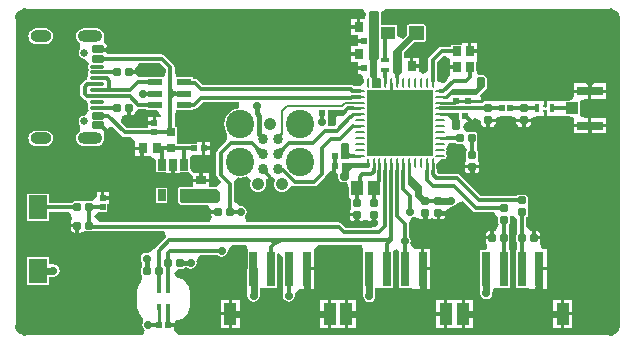
<source format=gtl>
G04*
G04 #@! TF.GenerationSoftware,Altium Limited,Altium Designer,23.0.1 (38)*
G04*
G04 Layer_Physical_Order=1*
G04 Layer_Color=255*
%FSLAX44Y44*%
%MOMM*%
G71*
G04*
G04 #@! TF.SameCoordinates,AA057BD2-FAE9-475E-A33E-1B252B641246*
G04*
G04*
G04 #@! TF.FilePolarity,Positive*
G04*
G01*
G75*
%ADD11C,0.2000*%
%ADD12C,0.2540*%
%ADD25R,0.5200X0.5200*%
%ADD27R,1.1000X1.9000*%
%ADD28R,0.3000X0.5000*%
%ADD29R,0.5200X0.5200*%
%ADD32R,0.2425X0.7826*%
G04:AMPARAMS|DCode=33|XSize=0.7826mm|YSize=0.2425mm|CornerRadius=0.1212mm|HoleSize=0mm|Usage=FLASHONLY|Rotation=90.000|XOffset=0mm|YOffset=0mm|HoleType=Round|Shape=RoundedRectangle|*
%AMROUNDEDRECTD33*
21,1,0.7826,0.0000,0,0,90.0*
21,1,0.5402,0.2425,0,0,90.0*
1,1,0.2425,0.0000,0.2701*
1,1,0.2425,0.0000,-0.2701*
1,1,0.2425,0.0000,-0.2701*
1,1,0.2425,0.0000,0.2701*
%
%ADD33ROUNDEDRECTD33*%
G04:AMPARAMS|DCode=34|XSize=0.2425mm|YSize=0.7826mm|CornerRadius=0.1212mm|HoleSize=0mm|Usage=FLASHONLY|Rotation=90.000|XOffset=0mm|YOffset=0mm|HoleType=Round|Shape=RoundedRectangle|*
%AMROUNDEDRECTD34*
21,1,0.2425,0.5402,0,0,90.0*
21,1,0.0000,0.7826,0,0,90.0*
1,1,0.2425,0.2701,0.0000*
1,1,0.2425,0.2701,0.0000*
1,1,0.2425,-0.2701,0.0000*
1,1,0.2425,-0.2701,0.0000*
%
%ADD34ROUNDEDRECTD34*%
%ADD35R,1.1500X1.0000*%
%ADD36R,0.6500X0.3500*%
%ADD38R,0.7000X0.6500*%
%ADD39R,0.7581X0.8121*%
%ADD40R,0.6600X1.0000*%
%ADD42R,0.8121X0.7581*%
%ADD43R,0.5153X0.4725*%
%ADD60R,5.7000X5.7000*%
G04:AMPARAMS|DCode=70|XSize=0.6mm|YSize=0.7mm|CornerRadius=0.075mm|HoleSize=0mm|Usage=FLASHONLY|Rotation=90.000|XOffset=0mm|YOffset=0mm|HoleType=Round|Shape=RoundedRectangle|*
%AMROUNDEDRECTD70*
21,1,0.6000,0.5500,0,0,90.0*
21,1,0.4500,0.7000,0,0,90.0*
1,1,0.1500,0.2750,0.2250*
1,1,0.1500,0.2750,-0.2250*
1,1,0.1500,-0.2750,-0.2250*
1,1,0.1500,-0.2750,0.2250*
%
%ADD70ROUNDEDRECTD70*%
G04:AMPARAMS|DCode=71|XSize=0.6mm|YSize=0.7mm|CornerRadius=0.075mm|HoleSize=0mm|Usage=FLASHONLY|Rotation=180.000|XOffset=0mm|YOffset=0mm|HoleType=Round|Shape=RoundedRectangle|*
%AMROUNDEDRECTD71*
21,1,0.6000,0.5500,0,0,180.0*
21,1,0.4500,0.7000,0,0,180.0*
1,1,0.1500,-0.2250,0.2750*
1,1,0.1500,0.2250,0.2750*
1,1,0.1500,0.2250,-0.2750*
1,1,0.1500,-0.2250,-0.2750*
%
%ADD71ROUNDEDRECTD71*%
%ADD72R,0.7500X0.8500*%
%ADD73R,0.4500X0.2900*%
G04:AMPARAMS|DCode=74|XSize=0.3mm|YSize=1.15mm|CornerRadius=0.0375mm|HoleSize=0mm|Usage=FLASHONLY|Rotation=270.000|XOffset=0mm|YOffset=0mm|HoleType=Round|Shape=RoundedRectangle|*
%AMROUNDEDRECTD74*
21,1,0.3000,1.0750,0,0,270.0*
21,1,0.2250,1.1500,0,0,270.0*
1,1,0.0750,-0.5375,-0.1125*
1,1,0.0750,-0.5375,0.1125*
1,1,0.0750,0.5375,0.1125*
1,1,0.0750,0.5375,-0.1125*
%
%ADD74ROUNDEDRECTD74*%
G04:AMPARAMS|DCode=75|XSize=0.6mm|YSize=1mm|CornerRadius=0.075mm|HoleSize=0mm|Usage=FLASHONLY|Rotation=270.000|XOffset=0mm|YOffset=0mm|HoleType=Round|Shape=RoundedRectangle|*
%AMROUNDEDRECTD75*
21,1,0.6000,0.8500,0,0,270.0*
21,1,0.4500,1.0000,0,0,270.0*
1,1,0.1500,-0.4250,-0.2250*
1,1,0.1500,-0.4250,0.2250*
1,1,0.1500,0.4250,0.2250*
1,1,0.1500,0.4250,-0.2250*
%
%ADD75ROUNDEDRECTD75*%
%ADD76R,1.0000X1.0000*%
%ADD77R,2.2000X0.7960*%
%ADD78R,2.2000X0.7706*%
%ADD79R,0.3500X0.7000*%
%ADD80R,0.7000X2.9000*%
%ADD81C,0.8630*%
%ADD82R,1.6000X2.0000*%
%ADD83R,1.0000X1.2500*%
%ADD84R,1.2000X0.6000*%
%ADD85C,0.3528*%
%ADD86C,0.3500*%
%ADD87C,0.6096*%
%ADD88C,0.3810*%
%ADD89C,0.3000*%
%ADD90C,0.2420*%
%ADD91C,0.3400*%
%ADD92C,0.6100*%
%ADD93O,3.0000X3.0480*%
%ADD94C,3.0000*%
%ADD95C,2.4000*%
%ADD96C,1.0670*%
%ADD97O,1.8000X1.0000*%
%ADD98C,0.6500*%
%ADD99O,2.1000X1.0000*%
%ADD100C,0.7000*%
G36*
X349504Y265684D02*
Y255524D01*
X348234Y254254D01*
X340106D01*
X330200Y244348D01*
Y227330D01*
X328168Y225298D01*
X324612D01*
X322580Y227330D01*
Y244856D01*
X336296Y258572D01*
Y265938D01*
X336804Y266446D01*
X348742D01*
X349504Y265684D01*
D02*
G37*
G36*
X130362Y229950D02*
Y227673D01*
X128858Y223296D01*
X113858D01*
Y223296D01*
X108858Y222889D01*
X106364Y223814D01*
X104838Y227310D01*
Y229880D01*
X107004Y233686D01*
X108128Y234857D01*
X125455D01*
X130362Y229950D01*
D02*
G37*
G36*
X371154Y238184D02*
Y232664D01*
X377444D01*
Y230124D01*
X371154D01*
Y224604D01*
X371154D01*
X369009Y220492D01*
X366451Y217935D01*
X364538Y218260D01*
X360253Y220326D01*
Y235720D01*
X365604Y241071D01*
X367350D01*
X371154Y238184D01*
D02*
G37*
G36*
X11424Y281400D02*
X12700Y281146D01*
X296728Y281146D01*
X297630Y280492D01*
X300229Y277027D01*
X298865Y272031D01*
X295160D01*
Y265430D01*
X293890D01*
Y264160D01*
X287559D01*
Y258829D01*
X293290D01*
Y255270D01*
X298430D01*
Y252730D01*
X293290D01*
Y249171D01*
X287559D01*
Y243840D01*
X293890D01*
Y241300D01*
X287559D01*
Y235969D01*
X293290D01*
Y232410D01*
X298430D01*
Y229870D01*
X293290D01*
Y226000D01*
X295921D01*
X296380Y225366D01*
X298692Y221000D01*
X298664Y220863D01*
X298664Y220863D01*
X298664Y219438D01*
X298403Y218952D01*
X294918Y215473D01*
X289800D01*
X289724Y215550D01*
X288483Y216378D01*
X287020Y216669D01*
X161642D01*
X157649Y220662D01*
X156409Y221491D01*
X154945Y221782D01*
X153858D01*
Y223296D01*
X138858D01*
X138038Y227956D01*
Y231540D01*
X137746Y233009D01*
X136914Y234254D01*
X136913Y234254D01*
X129759Y241409D01*
X128514Y242241D01*
X127045Y242533D01*
X127045Y242533D01*
X85335D01*
X80604Y244380D01*
Y245360D01*
X73000D01*
Y247900D01*
X80604D01*
Y248880D01*
X80349Y250164D01*
X79622Y251252D01*
X78485Y253221D01*
X78372Y256133D01*
X78595Y257830D01*
X78372Y259527D01*
X77717Y261108D01*
X76675Y262466D01*
X75317Y263508D01*
X73736Y264163D01*
X72039Y264386D01*
X61039D01*
X59342Y264163D01*
X57761Y263508D01*
X56403Y262466D01*
X55361Y261108D01*
X54706Y259527D01*
X54483Y257830D01*
X54706Y256133D01*
X55361Y254552D01*
X56403Y253194D01*
X57576Y252295D01*
X57812Y251405D01*
X58114Y246954D01*
X57065Y245383D01*
X56696Y243530D01*
X57065Y241677D01*
X58115Y240105D01*
X59686Y239056D01*
X61539Y238687D01*
X62448Y238260D01*
X62837Y237804D01*
X65148Y233986D01*
X65002Y233255D01*
Y231005D01*
X65002Y231005D01*
X65148Y230273D01*
Y230273D01*
X65562Y229653D01*
Y229607D01*
X65148Y228987D01*
X65002Y228255D01*
Y226005D01*
X65012Y225953D01*
X64516Y223951D01*
X63588Y222009D01*
X62630Y220726D01*
X62309Y220662D01*
X61069Y219834D01*
X59018Y217783D01*
X58190Y216543D01*
X57899Y215080D01*
Y209180D01*
X58190Y207717D01*
X59018Y206477D01*
X61069Y204426D01*
X62309Y203598D01*
X62630Y203534D01*
X63588Y202251D01*
X64516Y200309D01*
X65012Y198307D01*
X65002Y198255D01*
X65002Y198255D01*
Y196005D01*
X65148Y195273D01*
X62837Y191456D01*
X62448Y190999D01*
X61539Y190573D01*
X59686Y190204D01*
X58115Y189154D01*
X57065Y187583D01*
X56696Y185730D01*
X57065Y183877D01*
X58115Y182305D01*
X57812Y177855D01*
X57576Y176965D01*
X56403Y176066D01*
X55361Y174708D01*
X54706Y173127D01*
X54483Y171430D01*
X54706Y169733D01*
X55361Y168152D01*
X56403Y166794D01*
X57761Y165752D01*
X59342Y165097D01*
X61039Y164874D01*
X72039D01*
X73736Y165097D01*
X75317Y165752D01*
X76675Y166794D01*
X77717Y168152D01*
X78372Y169733D01*
X78595Y171430D01*
X78372Y173127D01*
X78485Y176039D01*
X79622Y178008D01*
X80349Y179096D01*
X80377Y179235D01*
X83407Y180772D01*
X85604Y181079D01*
X93083Y173601D01*
X93083Y173600D01*
X94328Y172768D01*
X95796Y172476D01*
X100842D01*
X104573Y169415D01*
X104573Y167476D01*
Y164084D01*
X110904D01*
Y162814D01*
X112174D01*
Y156213D01*
X113584D01*
X117235Y156213D01*
X117491Y156272D01*
X122250Y153008D01*
Y142690D01*
X130710D01*
Y141650D01*
X135280D01*
Y149190D01*
X137820D01*
Y141650D01*
X142390D01*
Y142690D01*
X148934D01*
X151058Y142408D01*
X153673Y138860D01*
Y137000D01*
X159004D01*
Y142061D01*
X155589D01*
X153465Y142343D01*
X150850Y145891D01*
Y153908D01*
X150850Y155690D01*
X152583Y157089D01*
X157341Y157674D01*
Y157674D01*
X161211D01*
Y162814D01*
Y167954D01*
X157341D01*
Y166914D01*
X150381D01*
Y166637D01*
X139807D01*
X139630Y171564D01*
X139630Y172564D01*
Y181064D01*
X138038D01*
Y190636D01*
X138858Y195296D01*
X153858D01*
Y195973D01*
X154108D01*
X155571Y196264D01*
X156812Y197092D01*
X161642Y201923D01*
X192598D01*
X192926Y196923D01*
X190024Y196541D01*
X186740Y195180D01*
X183920Y193016D01*
X181756Y190196D01*
X180396Y186912D01*
X179932Y183388D01*
X180396Y179864D01*
X181756Y176580D01*
X182555Y175538D01*
X182682Y175119D01*
X182709Y171173D01*
X181749Y169123D01*
X174334Y161708D01*
X173506Y160467D01*
X173215Y159004D01*
Y140716D01*
X173506Y139253D01*
X174334Y138012D01*
X177467Y134880D01*
X177296Y134022D01*
X174270Y129864D01*
X166875D01*
Y134460D01*
X160274D01*
X153673D01*
Y129864D01*
X146178D01*
X142620Y129864D01*
X142620Y129864D01*
X141250Y129690D01*
Y129166D01*
X141192Y129108D01*
X141192Y129108D01*
X140961Y128551D01*
X140961Y128551D01*
X140716Y127960D01*
X140716Y127960D01*
X140716Y125277D01*
X140716Y117940D01*
X140716Y117940D01*
X140717Y117938D01*
X141192Y116792D01*
X141217Y116767D01*
X141250Y116690D01*
X141377Y116607D01*
X142172Y115812D01*
X143320Y115336D01*
X143320Y115336D01*
X145689Y115336D01*
X165150Y115336D01*
X165502Y115161D01*
X166093Y114641D01*
X169104Y110443D01*
X174785D01*
Y107903D01*
X169181D01*
Y106423D01*
X169395Y105343D01*
X169419Y105098D01*
X167725Y101115D01*
X167085Y100343D01*
X73983D01*
X70166Y105344D01*
X70393Y106456D01*
X72960Y109006D01*
X81160D01*
Y115966D01*
X82200D01*
Y119836D01*
X77060D01*
Y121106D01*
X75790D01*
Y126246D01*
X71920D01*
Y121852D01*
X70820Y120519D01*
X67844Y118150D01*
X64573D01*
X63344Y118150D01*
X60594Y118090D01*
X57844Y118150D01*
X56615Y118150D01*
X53344D01*
X52466Y117975D01*
X51722Y117478D01*
X51355Y116929D01*
X31972D01*
Y124606D01*
X12972D01*
Y101606D01*
X31972D01*
Y109283D01*
X48606D01*
X49397Y108556D01*
X50037Y107603D01*
X50972Y102658D01*
X50245Y101570D01*
X49990Y100286D01*
Y98806D01*
X55594D01*
Y97536D01*
X56864D01*
Y91432D01*
X57844D01*
X59128Y91687D01*
X59128Y91687D01*
X60216Y92414D01*
X62466Y92667D01*
X63344Y92492D01*
X67844D01*
X68722Y92667D01*
X68767Y92697D01*
X129109D01*
X130676Y88625D01*
X130733Y87697D01*
X121686Y78650D01*
X120858Y77409D01*
X120828Y77259D01*
X117411Y74998D01*
X115567Y74444D01*
X114390Y74678D01*
X112439Y74290D01*
X110785Y73185D01*
X109680Y71531D01*
X109292Y69580D01*
X109680Y67629D01*
X110408Y66539D01*
Y63374D01*
X110021Y62794D01*
X109846Y61916D01*
Y56416D01*
X110000Y55641D01*
X110022Y55522D01*
X110282Y53287D01*
X109793Y50154D01*
X109669Y49805D01*
X109331Y49468D01*
X109267Y49314D01*
X109129Y49222D01*
X107919Y47414D01*
X107886Y47251D01*
X107768Y47134D01*
X106934Y45125D01*
X106934Y44959D01*
X106841Y44821D01*
X106524Y43234D01*
X106235Y42803D01*
X105932Y41279D01*
Y29972D01*
X106235Y28448D01*
X106521Y28021D01*
X106837Y26431D01*
X106930Y26293D01*
Y26127D01*
X107763Y24115D01*
X107881Y23998D01*
X107913Y23835D01*
X109123Y22024D01*
X109261Y21932D01*
X109325Y21778D01*
X109824Y21279D01*
X110975Y19234D01*
X111143Y17699D01*
X111178Y15255D01*
X110790Y13304D01*
X111178Y11353D01*
X112283Y9699D01*
X112561Y9514D01*
X111044Y4514D01*
X12700D01*
X11424Y4260D01*
X11299Y4177D01*
X10141Y4329D01*
X7756Y5317D01*
X5708Y6888D01*
X4137Y8936D01*
X3149Y11321D01*
X2987Y12554D01*
X3080Y12694D01*
X3334Y13970D01*
Y271780D01*
X3080Y273056D01*
X2997Y273181D01*
X3149Y274339D01*
X4137Y276724D01*
X5708Y278771D01*
X7756Y280343D01*
X10141Y281331D01*
X11299Y281483D01*
X11424Y281400D01*
D02*
G37*
G36*
X310896Y278130D02*
Y239014D01*
X309372Y237490D01*
Y228854D01*
Y223520D01*
X310134Y222758D01*
X311658D01*
X312674Y221742D01*
Y214630D01*
X312194Y214150D01*
X305534D01*
X305054Y214630D01*
Y222504D01*
X303784Y223774D01*
Y237236D01*
X302514Y238506D01*
Y249900D01*
X302530D01*
Y258100D01*
X302514D01*
Y278130D01*
X303530Y279146D01*
X309880D01*
X310896Y278130D01*
D02*
G37*
G36*
X400980Y221610D02*
Y215280D01*
X393750Y208050D01*
X369850D01*
X368880Y209020D01*
X373240Y213380D01*
X392690D01*
X394160Y214850D01*
X394190D01*
X394188Y221908D01*
X395300Y223020D01*
X399570D01*
X400980Y221610D01*
D02*
G37*
G36*
X135999Y213917D02*
X136105Y213318D01*
X136281Y212789D01*
X136528Y212330D01*
X136846Y211942D01*
X137234Y211624D01*
X137692Y211377D01*
X138222Y211201D01*
X138821Y211095D01*
X139492Y211060D01*
Y207532D01*
X138821Y207497D01*
X138222Y207391D01*
X137692Y207215D01*
X137234Y206968D01*
X136846Y206650D01*
X136528Y206262D01*
X136281Y205804D01*
X136105Y205274D01*
X135999Y204675D01*
X135964Y204004D01*
X132436Y209296D01*
X135964Y214588D01*
X135999Y213917D01*
D02*
G37*
G36*
X100504Y191000D02*
X101484D01*
X102768Y191255D01*
X103856Y191982D01*
X104583Y193070D01*
X105164Y194570D01*
X107284Y195973D01*
X113858D01*
Y195296D01*
X123222D01*
X126235Y190296D01*
X125790Y189454D01*
X121920D01*
Y184314D01*
X120650D01*
Y183044D01*
X115510D01*
Y180152D01*
X97386D01*
X92763Y184774D01*
X93747Y190506D01*
X95700Y191255D01*
X95700Y191255D01*
X96984Y191000D01*
X97964D01*
Y197104D01*
X100504D01*
Y191000D01*
D02*
G37*
G36*
X508019Y281331D02*
X510404Y280343D01*
X512452Y278771D01*
X514023Y276724D01*
X515011Y274339D01*
X515163Y273181D01*
X515080Y273056D01*
X514826Y271780D01*
Y13970D01*
X515080Y12694D01*
X515173Y12554D01*
X515011Y11321D01*
X514023Y8936D01*
X512452Y6888D01*
X510404Y5317D01*
X508019Y4329D01*
X506861Y4177D01*
X506736Y4260D01*
X505460Y4514D01*
X140789Y4514D01*
X137530Y9514D01*
Y12852D01*
X139262Y17327D01*
X141397Y17751D01*
X141536Y17844D01*
X141702D01*
X143713Y18677D01*
X143831Y18795D01*
X143994Y18827D01*
X145804Y20037D01*
X145897Y20175D01*
X146050Y20239D01*
X147590Y21778D01*
X147654Y21932D01*
X147792Y22024D01*
X149001Y23835D01*
X149034Y23998D01*
X149151Y24115D01*
X149985Y26127D01*
Y26293D01*
X150077Y26431D01*
X150393Y28021D01*
X150679Y28448D01*
X150982Y29972D01*
Y41279D01*
X150679Y42803D01*
X150391Y43234D01*
X150073Y44821D01*
X149980Y44959D01*
X149980Y45125D01*
X149146Y47134D01*
X149028Y47251D01*
X148996Y47414D01*
X147786Y49222D01*
X147647Y49314D01*
X147584Y49468D01*
X146045Y51005D01*
X145891Y51068D01*
X145799Y51206D01*
X143989Y52414D01*
X143826Y52446D01*
X143709Y52564D01*
X141699Y53396D01*
X141532Y53396D01*
X141394Y53488D01*
X139396Y53885D01*
X137617Y57025D01*
X140874Y60980D01*
X144640D01*
X145518Y61155D01*
X146262Y61652D01*
X146529Y62050D01*
X148609D01*
X149687Y61330D01*
X151638Y60942D01*
X153589Y61330D01*
X155243Y62435D01*
X156348Y64089D01*
X156736Y66040D01*
X156470Y67376D01*
X156886Y68757D01*
X159431Y72377D01*
X174522D01*
X175849Y71490D01*
X177800Y71102D01*
X179751Y71490D01*
X181405Y72595D01*
X182510Y74249D01*
X182898Y76200D01*
X182861Y76386D01*
X185425Y80600D01*
X186361Y81387D01*
X198857D01*
X199792Y76774D01*
X199792Y76386D01*
Y61513D01*
X199645Y60774D01*
X199682Y60588D01*
Y38137D01*
X200074Y36167D01*
X201190Y34498D01*
X201227Y34461D01*
X202896Y33345D01*
X204866Y32953D01*
X206836Y33345D01*
X208505Y34461D01*
X209621Y36130D01*
X210013Y38100D01*
X209976Y38286D01*
Y44330D01*
X214792Y44774D01*
X214976Y44774D01*
X224792D01*
Y73847D01*
X225428Y74145D01*
X229792Y71256D01*
Y44774D01*
X229792D01*
X230047Y40615D01*
X230027Y39774D01*
X229694Y38100D01*
X230082Y36149D01*
X231187Y34495D01*
X232841Y33390D01*
X234792Y33002D01*
X236743Y33390D01*
X238397Y34495D01*
X239502Y36149D01*
X239890Y38100D01*
X239557Y39774D01*
X242145Y42729D01*
X243549Y43780D01*
X243752Y43734D01*
X244361Y43734D01*
X248522D01*
Y60774D01*
X249792D01*
Y62044D01*
X255832D01*
Y76386D01*
X255832Y77814D01*
X259278Y81387D01*
X296991D01*
X297926Y76774D01*
X297926Y76386D01*
Y61513D01*
X297779Y60774D01*
Y37846D01*
X298171Y35876D01*
X299287Y34207D01*
X300956Y33091D01*
X302926Y32699D01*
X304896Y33091D01*
X306565Y34207D01*
X307681Y35876D01*
X308073Y37846D01*
Y44419D01*
X312926Y44774D01*
X313073Y44774D01*
X322926D01*
Y75860D01*
X324869Y77050D01*
X326533Y77286D01*
X327926Y75974D01*
Y44774D01*
X337317Y44774D01*
X341886Y43734D01*
X342495Y43734D01*
X346656D01*
Y60774D01*
Y77814D01*
X342495D01*
X341886Y77814D01*
X341410Y77706D01*
X340171Y78503D01*
X337636Y82885D01*
X338024Y84836D01*
X337636Y86787D01*
X336749Y88114D01*
Y99128D01*
X336726Y99245D01*
X337099Y101412D01*
X339403Y104364D01*
X339561Y104504D01*
X344703Y103798D01*
X345791Y103071D01*
X347075Y102816D01*
X348555D01*
Y108420D01*
X351095D01*
Y102816D01*
X352575D01*
X353858Y103071D01*
X354947Y103798D01*
X356253D01*
X357341Y103071D01*
X358625Y102816D01*
X360105D01*
Y108420D01*
X361375D01*
Y109690D01*
X367479D01*
Y110670D01*
X371898Y113273D01*
X372043D01*
X374012Y113665D01*
X375682Y114781D01*
X376691Y116291D01*
X376827Y116460D01*
X381966Y118087D01*
X390314Y109738D01*
X391555Y108910D01*
X393018Y108619D01*
X408088D01*
X409407Y107607D01*
X411890Y104692D01*
X411890Y103463D01*
Y100192D01*
X412065Y99314D01*
X412562Y98570D01*
X410196Y94137D01*
X409184Y93226D01*
X408204D01*
Y87122D01*
X406934D01*
Y85852D01*
X401329D01*
Y84372D01*
X401585Y83088D01*
X402312Y82000D01*
X402650Y81774D01*
X402451Y78574D01*
X401819Y76774D01*
X396934D01*
Y61343D01*
X396785Y60594D01*
Y40492D01*
X396846Y40184D01*
X396836Y40132D01*
X397224Y38181D01*
X398329Y36527D01*
X399983Y35422D01*
X401934Y35034D01*
X403885Y35422D01*
X405539Y36527D01*
X406644Y38181D01*
X407032Y40132D01*
X408794Y44541D01*
X411934Y44774D01*
X412083Y44774D01*
X421934D01*
Y76774D01*
X420757D01*
Y82717D01*
X420806Y82750D01*
X421303Y83494D01*
X421478Y84372D01*
Y89872D01*
X421303Y90750D01*
X420806Y91494D01*
X420757Y91527D01*
Y98203D01*
X421306Y98570D01*
X421803Y99314D01*
X421978Y100192D01*
Y103463D01*
X421978Y104692D01*
X421967Y105188D01*
X422066Y105312D01*
X424134Y105520D01*
X425040Y105426D01*
X428111Y102182D01*
Y91527D01*
X428062Y91494D01*
X427565Y90750D01*
X427390Y89872D01*
Y84372D01*
X427565Y83494D01*
X428062Y82750D01*
X428111Y82717D01*
Y76774D01*
X426934D01*
Y44774D01*
X436325Y44774D01*
X440894Y43734D01*
X441503Y43734D01*
X445664D01*
Y60774D01*
X446934D01*
Y62044D01*
X452974D01*
Y77814D01*
X449291D01*
X448020Y79759D01*
X447100Y82814D01*
X447283Y83088D01*
X447538Y84372D01*
Y85852D01*
X441934D01*
Y87122D01*
X440664D01*
Y93226D01*
X439684D01*
X436335Y96241D01*
X435757Y97155D01*
Y104703D01*
X436306Y105070D01*
X436803Y105814D01*
X436978Y106692D01*
Y109963D01*
X436978Y111192D01*
X436918Y113942D01*
X436978Y116692D01*
X436978Y117921D01*
Y121192D01*
X436803Y122070D01*
X436306Y122814D01*
X435562Y123311D01*
X434684Y123486D01*
X429184D01*
X428306Y123311D01*
X427562Y122814D01*
X427529Y122765D01*
X397500D01*
X379752Y140514D01*
X378511Y141342D01*
X377048Y141633D01*
X376792Y141582D01*
X361233D01*
X360202Y142613D01*
Y143830D01*
X359915Y145274D01*
X359703Y145592D01*
Y149067D01*
X359838Y150277D01*
X362903Y153432D01*
X363431Y153744D01*
X364085Y153884D01*
X365643Y153884D01*
X366702Y154095D01*
X366702Y154095D01*
X367599Y154694D01*
X367599Y154695D01*
X368198Y155592D01*
X368409Y156650D01*
X368409Y156650D01*
X368198Y157708D01*
X368198Y157708D01*
X367599Y158605D01*
Y159694D01*
X368198Y160592D01*
X368198Y160592D01*
X368409Y161650D01*
X368198Y162708D01*
X370719Y167209D01*
X373273Y167827D01*
X375571D01*
X375938Y167278D01*
X376682Y166781D01*
X377560Y166606D01*
X380831D01*
X382060Y166606D01*
X383098Y165722D01*
X385438Y161272D01*
X384941Y160528D01*
X384766Y159650D01*
Y155150D01*
X384941Y154272D01*
X384688Y152022D01*
X383961Y150934D01*
X383961Y150934D01*
X383706Y149650D01*
Y148670D01*
X389810D01*
X395914D01*
Y149650D01*
X395659Y150934D01*
X395659Y150934D01*
X394932Y152022D01*
X394679Y154272D01*
X394854Y155150D01*
Y159650D01*
X394679Y160528D01*
X394182Y161272D01*
X393633Y161639D01*
Y167245D01*
X393682Y167278D01*
X394179Y168022D01*
X394354Y168900D01*
Y174400D01*
X394179Y175278D01*
X393682Y176022D01*
X392938Y176519D01*
X392060Y176694D01*
X388789D01*
X387560Y176694D01*
X384810Y176634D01*
X384429Y176642D01*
X382153Y181277D01*
X384559Y185240D01*
X389378D01*
Y185353D01*
X389459Y186894D01*
X392502Y188553D01*
X397501Y185926D01*
Y184400D01*
X397757Y183116D01*
X398484Y182028D01*
X399572Y181301D01*
X400856Y181045D01*
X402336D01*
Y186650D01*
X403606D01*
Y187920D01*
X409711D01*
Y188900D01*
X414541Y190246D01*
X422643D01*
X427473Y188900D01*
Y187920D01*
X433578D01*
X439683D01*
Y188900D01*
X444513Y190246D01*
X467958D01*
Y190150D01*
X471687D01*
X475918Y188293D01*
X475918Y185150D01*
Y183170D01*
X488188D01*
Y188293D01*
X485189D01*
X480958Y190150D01*
X480958Y193293D01*
X480958Y203150D01*
X485241Y204880D01*
X488188D01*
Y210130D01*
X475918D01*
Y207706D01*
X475084Y204555D01*
X471614Y203200D01*
X398032D01*
X396196Y208200D01*
X402128Y214132D01*
X402604Y215280D01*
Y221610D01*
X402128Y222758D01*
X400718Y224168D01*
X399570Y224644D01*
X397780D01*
X395021Y225245D01*
X393194Y229183D01*
Y233535D01*
X394234Y238104D01*
X394234D01*
X394234Y238104D01*
Y243624D01*
X387944D01*
Y244894D01*
X386674D01*
Y251684D01*
X381654D01*
Y250644D01*
X372194D01*
Y248717D01*
X364020D01*
X362557Y248426D01*
X361316Y247598D01*
X353726Y240008D01*
X352898Y238767D01*
X352607Y237304D01*
Y228773D01*
X350419Y226712D01*
X347946Y226192D01*
X345522Y227546D01*
X345301Y228502D01*
Y231140D01*
X338970D01*
Y232410D01*
X337700D01*
Y239011D01*
X332639Y239011D01*
X331824Y243673D01*
Y243675D01*
X340779Y252630D01*
X348234D01*
X349382Y253106D01*
X350652Y254376D01*
X351128Y255524D01*
Y265684D01*
X350652Y266832D01*
X349890Y267594D01*
X348742Y268070D01*
X336804D01*
X335656Y267594D01*
X335148Y267086D01*
X334672Y265938D01*
Y259244D01*
X331220Y255792D01*
X326220Y257863D01*
Y267104D01*
X312520D01*
Y276146D01*
X312520Y278130D01*
X316682Y281146D01*
X505460Y281146D01*
X506736Y281400D01*
X506861Y281483D01*
X508019Y281331D01*
D02*
G37*
G36*
X283910Y193520D02*
Y193290D01*
X283830D01*
X280610Y190070D01*
X275390D01*
X274750Y189430D01*
Y183830D01*
X272850Y181930D01*
X268830D01*
X267780Y182980D01*
Y189400D01*
X268270Y189890D01*
X268240Y195080D01*
X268270Y195110D01*
X280760D01*
X281540Y195890D01*
X283910Y193520D01*
D02*
G37*
G36*
X378830Y187320D02*
X379680Y186470D01*
X379680Y180140D01*
X378260Y178720D01*
X374260Y178720D01*
X373030Y179950D01*
Y187140D01*
X369568Y190602D01*
X369898Y192798D01*
X369927Y192827D01*
X378830D01*
X378830Y187320D01*
D02*
G37*
G36*
X229307Y174664D02*
X229135Y174485D01*
X228862Y174160D01*
X228762Y174014D01*
X228687Y173880D01*
X228636Y173757D01*
X228608Y173645D01*
X228606Y173544D01*
X228627Y173455D01*
X228673Y173377D01*
X226224Y174902D01*
X226313Y174898D01*
X226420Y174921D01*
X226544Y174971D01*
X226685Y175048D01*
X226843Y175152D01*
X227019Y175283D01*
X227422Y175626D01*
X227893Y176078D01*
X229307Y174664D01*
D02*
G37*
G36*
X231799Y162014D02*
X231446Y161637D01*
X231122Y161241D01*
X230827Y160826D01*
X230561Y160392D01*
X230324Y159939D01*
X230115Y159467D01*
X229936Y158976D01*
X229785Y158466D01*
X229664Y157937D01*
X229571Y157389D01*
X224699Y162261D01*
X225247Y162354D01*
X225776Y162475D01*
X226286Y162626D01*
X226777Y162805D01*
X227250Y163014D01*
X227703Y163251D01*
X228137Y163517D01*
X228552Y163812D01*
X228948Y164136D01*
X229324Y164489D01*
X231799Y162014D01*
D02*
G37*
G36*
X208948Y164136D02*
X209345Y163812D01*
X209760Y163517D01*
X210194Y163251D01*
X210646Y163014D01*
X211119Y162805D01*
X211610Y162626D01*
X212120Y162475D01*
X212649Y162354D01*
X213197Y162261D01*
X208325Y157389D01*
X208232Y157937D01*
X208111Y158466D01*
X207960Y158976D01*
X207781Y159467D01*
X207572Y159939D01*
X207335Y160392D01*
X207069Y160826D01*
X206774Y161241D01*
X206450Y161637D01*
X206097Y162014D01*
X208572Y164489D01*
X208948Y164136D01*
D02*
G37*
G36*
X285750Y166370D02*
Y159512D01*
X287020Y158242D01*
X288768D01*
X288682Y158114D01*
X288391Y156650D01*
X288682Y155186D01*
X288846Y154940D01*
X286004D01*
X284988Y153924D01*
X278638D01*
X278638Y166370D01*
X279318Y167050D01*
X279728Y167132D01*
X284988Y167132D01*
X285750Y166370D01*
D02*
G37*
G36*
X216738Y143969D02*
X216724Y143664D01*
X216749Y143357D01*
X216813Y143048D01*
X216917Y142738D01*
X217060Y142426D01*
X217242Y142112D01*
X217464Y141796D01*
X217724Y141479D01*
X218025Y141160D01*
X216075Y139518D01*
X215758Y139818D01*
X215442Y140084D01*
X215126Y140315D01*
X214809Y140513D01*
X214494Y140677D01*
X214178Y140807D01*
X213863Y140902D01*
X213548Y140964D01*
X213233Y140991D01*
X212919Y140985D01*
X216792Y144272D01*
X216738Y143969D01*
D02*
G37*
G36*
X300482Y146304D02*
X288290D01*
X285750Y143764D01*
Y137668D01*
X283718Y135636D01*
X280162D01*
X278384Y137414D01*
Y140970D01*
X279400Y141986D01*
Y150114D01*
X279654Y150368D01*
X300482D01*
Y146304D01*
D02*
G37*
G36*
X276760Y140970D02*
Y137414D01*
X277236Y136266D01*
X279014Y134488D01*
X280162Y134012D01*
X283718D01*
X285720Y129430D01*
Y121790D01*
X285720Y121790D01*
X287176Y119010D01*
Y114510D01*
X287351Y113632D01*
X287098Y111382D01*
X286371Y110294D01*
X286371Y110294D01*
X286115Y109010D01*
Y108030D01*
X292220D01*
Y106760D01*
X293490D01*
Y101156D01*
X294970D01*
X296254Y101411D01*
X296789Y101769D01*
X297950Y102138D01*
X301490D01*
X302651Y101769D01*
X303186Y101411D01*
X305136Y98090D01*
X305557Y96156D01*
X305149Y95523D01*
X283264D01*
X279564Y99224D01*
X278323Y100052D01*
X276860Y100343D01*
X198841D01*
X197324Y105343D01*
X197661Y105568D01*
X198766Y107222D01*
X199154Y109173D01*
X198766Y111124D01*
X197661Y112778D01*
X196007Y113883D01*
X194056Y114271D01*
X193608Y114182D01*
X189587Y116530D01*
X188608Y117560D01*
Y132969D01*
X188430Y133866D01*
X188638Y134470D01*
X189529Y135771D01*
X191777Y138255D01*
X193548Y138021D01*
X197072Y138485D01*
X199012Y139289D01*
X201693Y136997D01*
X202633Y135590D01*
X202129Y134372D01*
X201894Y132588D01*
X202129Y130804D01*
X202818Y129141D01*
X203913Y127713D01*
X205341Y126618D01*
X207004Y125929D01*
X208788Y125694D01*
X210572Y125929D01*
X212235Y126618D01*
X213663Y127713D01*
X214758Y129141D01*
X215447Y130804D01*
X215682Y132588D01*
X215447Y134372D01*
X215787Y137130D01*
X221002Y138742D01*
X222777Y136688D01*
X222623Y134793D01*
X222449Y134372D01*
X222214Y132588D01*
X222449Y130804D01*
X223138Y129141D01*
X224233Y127713D01*
X225661Y126618D01*
X227324Y125929D01*
X229108Y125694D01*
X230892Y125929D01*
X232555Y126618D01*
X233983Y127713D01*
X235078Y129141D01*
X237619Y130800D01*
X239522Y130797D01*
X239522Y130796D01*
X240304Y130797D01*
X256032D01*
X257495Y131088D01*
X258736Y131916D01*
X265340Y138520D01*
X265575Y138872D01*
X268990Y142458D01*
X272141D01*
X276760Y140970D01*
D02*
G37*
G36*
X337696Y140462D02*
X347470Y130688D01*
Y126492D01*
X341760D01*
X335283Y132969D01*
Y142494D01*
X337696D01*
Y140462D01*
D02*
G37*
G36*
X176650Y125860D02*
Y119560D01*
X174050Y116960D01*
X143320Y116960D01*
X142340Y117940D01*
X142340Y127960D01*
X142620Y128240D01*
X174270Y128240D01*
X176650Y125860D01*
D02*
G37*
G36*
X321430Y85210D02*
X316688Y82943D01*
X316752Y83042D01*
X316735Y83129D01*
X316637Y83207D01*
X316459Y83274D01*
X316201Y83331D01*
X314365Y83455D01*
X313705Y83460D01*
X316180Y86960D01*
X316845Y86995D01*
X317440Y87100D01*
X317965Y87275D01*
X318420Y87520D01*
X318805Y87835D01*
X319120Y88220D01*
X319365Y88675D01*
X319540Y89200D01*
X319645Y89795D01*
X319680Y90460D01*
X319680Y90460D01*
Y90460D01*
X321430Y85210D01*
D02*
G37*
G36*
X230061Y83460D02*
X229371Y83435D01*
X228702Y83361D01*
X228053Y83237D01*
X227425Y83064D01*
X226817Y82841D01*
X226230Y82569D01*
X225663Y82247D01*
X225117Y81876D01*
X224591Y81455D01*
X224086Y80985D01*
X219136D01*
X219571Y81455D01*
X219887Y81876D01*
X220083Y82247D01*
X220160Y82569D01*
X220117Y82841D01*
X219955Y83064D01*
X219673Y83237D01*
X219272Y83361D01*
X218751Y83435D01*
X218111Y83460D01*
X225836Y86960D01*
X230061Y83460D01*
D02*
G37*
%LPC*%
G36*
X292620Y272031D02*
X287559D01*
Y266700D01*
X292620D01*
Y272031D01*
D02*
G37*
G36*
X28739Y264386D02*
X20739D01*
X19042Y264163D01*
X17461Y263508D01*
X16103Y262466D01*
X15061Y261108D01*
X14406Y259527D01*
X14183Y257830D01*
X14406Y256133D01*
X15061Y254552D01*
X16103Y253194D01*
X17461Y252152D01*
X19042Y251497D01*
X20739Y251274D01*
X28739D01*
X30436Y251497D01*
X32017Y252152D01*
X33375Y253194D01*
X34417Y254552D01*
X35072Y256133D01*
X35295Y257830D01*
X35072Y259527D01*
X34417Y261108D01*
X33375Y262466D01*
X32017Y263508D01*
X30436Y264163D01*
X28739Y264386D01*
D02*
G37*
G36*
Y177986D02*
X20739D01*
X19042Y177763D01*
X17461Y177108D01*
X16103Y176066D01*
X15061Y174708D01*
X14406Y173127D01*
X14183Y171430D01*
X14406Y169733D01*
X15061Y168152D01*
X16103Y166794D01*
X17461Y165752D01*
X19042Y165097D01*
X20739Y164874D01*
X28739D01*
X30436Y165097D01*
X32017Y165752D01*
X33375Y166794D01*
X34417Y168152D01*
X35072Y169733D01*
X35295Y171430D01*
X35072Y173127D01*
X34417Y174708D01*
X33375Y176066D01*
X32017Y177108D01*
X30436Y177763D01*
X28739Y177986D01*
D02*
G37*
G36*
X167621Y167954D02*
X163751D01*
Y164084D01*
X167621D01*
Y167954D01*
D02*
G37*
G36*
Y161544D02*
X163751D01*
Y157674D01*
X167621D01*
Y161544D01*
D02*
G37*
G36*
X109634D02*
X104573D01*
Y156213D01*
X109634D01*
Y161544D01*
D02*
G37*
G36*
X166875Y142061D02*
X161544D01*
Y137000D01*
X166875D01*
Y142061D01*
D02*
G37*
G36*
X82200Y126246D02*
X78330D01*
Y122376D01*
X82200D01*
Y126246D01*
D02*
G37*
G36*
X131850Y129690D02*
X122250D01*
Y116690D01*
X131850D01*
Y129690D01*
D02*
G37*
G36*
X54324Y96266D02*
X49990D01*
Y94786D01*
X50245Y93502D01*
X50972Y92414D01*
X52060Y91687D01*
X53344Y91432D01*
X54324D01*
Y96266D01*
D02*
G37*
G36*
X31972Y70606D02*
X12972D01*
Y47606D01*
X31972D01*
Y54287D01*
X35448D01*
X37418Y54679D01*
X39089Y55795D01*
X40205Y57466D01*
X40597Y59436D01*
X40205Y61406D01*
X39089Y63077D01*
X37418Y64193D01*
X35448Y64585D01*
X31972D01*
Y70606D01*
D02*
G37*
G36*
X119380Y189454D02*
X115510D01*
Y185584D01*
X119380D01*
Y189454D01*
D02*
G37*
G36*
X394234Y251684D02*
X389214D01*
Y246164D01*
X394234D01*
Y251684D01*
D02*
G37*
G36*
X340240Y239011D02*
Y233680D01*
X345301D01*
Y239011D01*
X340240D01*
D02*
G37*
G36*
X502998Y217920D02*
X490728D01*
Y212670D01*
X502998D01*
Y217920D01*
D02*
G37*
G36*
X488188D02*
X475918D01*
Y212670D01*
X488188D01*
Y217920D01*
D02*
G37*
G36*
X502998Y210130D02*
X490728D01*
Y204880D01*
X502998D01*
Y210130D01*
D02*
G37*
G36*
Y188293D02*
X490728D01*
Y183170D01*
X502998D01*
Y188293D01*
D02*
G37*
G36*
X439683Y185380D02*
X434848D01*
Y181045D01*
X436328D01*
X437612Y181301D01*
X438700Y182028D01*
X439427Y183116D01*
X439683Y184400D01*
Y185380D01*
D02*
G37*
G36*
X432308D02*
X427473D01*
Y184400D01*
X427729Y183116D01*
X428456Y182028D01*
X429544Y181301D01*
X430828Y181045D01*
X432308D01*
Y185380D01*
D02*
G37*
G36*
X409711D02*
X404876D01*
Y181045D01*
X406356D01*
X407640Y181301D01*
X408728Y182028D01*
X409455Y183116D01*
X409711Y184400D01*
Y185380D01*
D02*
G37*
G36*
X502998Y180630D02*
X490728D01*
Y175507D01*
X502998D01*
Y180630D01*
D02*
G37*
G36*
X488188D02*
X475918D01*
Y175507D01*
X488188D01*
Y180630D01*
D02*
G37*
G36*
X395914Y146130D02*
X391080D01*
Y141796D01*
X392560D01*
X393844Y142051D01*
X394932Y142778D01*
X395659Y143866D01*
X395914Y145150D01*
Y146130D01*
D02*
G37*
G36*
X388540D02*
X383706D01*
Y145150D01*
X383961Y143866D01*
X384688Y142778D01*
X385776Y142051D01*
X387060Y141796D01*
X388540D01*
Y146130D01*
D02*
G37*
G36*
X367479Y107150D02*
X362645D01*
Y102816D01*
X364125D01*
X365409Y103071D01*
X366497Y103798D01*
X367224Y104886D01*
X367479Y106170D01*
Y107150D01*
D02*
G37*
G36*
X443204Y93226D02*
Y88392D01*
X447538D01*
Y89872D01*
X447283Y91156D01*
X446556Y92244D01*
X445468Y92971D01*
X444184Y93226D01*
X443204D01*
D02*
G37*
G36*
X405664D02*
X404684D01*
X403400Y92971D01*
X402312Y92244D01*
X401585Y91156D01*
X401329Y89872D01*
Y88392D01*
X405664D01*
Y93226D01*
D02*
G37*
G36*
X349196Y77814D02*
Y62044D01*
X353966D01*
Y77814D01*
X349196D01*
D02*
G37*
G36*
X452974Y59504D02*
X448204D01*
Y43734D01*
X452974D01*
Y59504D01*
D02*
G37*
G36*
X353966D02*
X349196D01*
Y43734D01*
X353966D01*
Y59504D01*
D02*
G37*
G36*
X255832D02*
X251062D01*
Y43734D01*
X255832D01*
Y59504D01*
D02*
G37*
G36*
X474474Y34814D02*
X467704D01*
Y24044D01*
X474474D01*
Y34814D01*
D02*
G37*
G36*
X291466D02*
X284696D01*
Y24044D01*
X291466D01*
Y34814D01*
D02*
G37*
G36*
X193332D02*
X186562D01*
Y24044D01*
X193332D01*
Y34814D01*
D02*
G37*
G36*
X390474D02*
X383704D01*
Y24044D01*
X390474D01*
Y34814D01*
D02*
G37*
G36*
X184022D02*
X177252D01*
Y24044D01*
X184022D01*
Y34814D01*
D02*
G37*
G36*
X366156D02*
X359386D01*
Y24044D01*
X366156D01*
Y34814D01*
D02*
G37*
G36*
X465164D02*
X458394D01*
Y24044D01*
X465164D01*
Y34814D01*
D02*
G37*
G36*
X268022D02*
X261252D01*
Y24044D01*
X268022D01*
Y34814D01*
D02*
G37*
G36*
X474474Y21504D02*
X467704D01*
Y10734D01*
X474474D01*
Y21504D01*
D02*
G37*
G36*
X465164D02*
X458394D01*
Y10734D01*
X465164D01*
Y21504D01*
D02*
G37*
G36*
X390474D02*
X383704D01*
Y10734D01*
X390474D01*
Y21504D01*
D02*
G37*
G36*
X381164Y34814D02*
X368696D01*
Y22774D01*
Y10734D01*
X381164D01*
Y22774D01*
Y34814D01*
D02*
G37*
G36*
X366156Y21504D02*
X359386D01*
Y10734D01*
X366156D01*
Y21504D01*
D02*
G37*
G36*
X291466D02*
X284696D01*
Y10734D01*
X291466D01*
Y21504D01*
D02*
G37*
G36*
X282156Y34814D02*
X270562D01*
Y22774D01*
Y10734D01*
X282156D01*
Y22774D01*
Y34814D01*
D02*
G37*
G36*
X268022Y21504D02*
X261252D01*
Y10734D01*
X268022D01*
Y21504D01*
D02*
G37*
G36*
X193332D02*
X186562D01*
Y10734D01*
X193332D01*
Y21504D01*
D02*
G37*
G36*
X184022D02*
X177252D01*
Y10734D01*
X184022D01*
Y21504D01*
D02*
G37*
G36*
X290950Y105490D02*
X286115D01*
Y104510D01*
X286371Y103226D01*
X287098Y102138D01*
X288186Y101411D01*
X289470Y101156D01*
X290950D01*
Y105490D01*
D02*
G37*
%LPD*%
D11*
X289306Y201168D02*
X289788Y201650D01*
X281940Y201168D02*
X289306D01*
X289788Y201650D02*
X294918D01*
X279654Y198882D02*
X281940Y201168D01*
X232918Y198882D02*
X279654D01*
X228600Y175371D02*
Y194564D01*
X225298Y170688D02*
Y172069D01*
X228600Y175371D01*
Y194564D02*
X232918Y198882D01*
D12*
X402553Y208280D02*
X403606D01*
X386748Y202916D02*
X397189D01*
X402553Y208280D01*
X397338Y214628D02*
Y219188D01*
X393360Y210650D02*
X397338Y214628D01*
X386482Y210650D02*
X393360D01*
X397338Y219188D02*
X397510Y219360D01*
X376174Y210650D02*
X386482D01*
X282130Y147598D02*
X301372D01*
X386482Y202650D02*
X386748Y202916D01*
X376174Y202650D02*
X386482D01*
X362943Y201650D02*
X375174D01*
X376174Y202650D01*
X336430Y136010D02*
Y150138D01*
X451358Y198920D02*
Y207518D01*
X124390Y13304D02*
Y29926D01*
X218948Y122988D02*
Y138441D01*
X212598Y144791D02*
X218948Y138441D01*
X212598Y144791D02*
Y145288D01*
X336430Y136010D02*
X344424Y128016D01*
X362943Y191650D02*
X374968D01*
X376238Y190380D01*
X349504Y203708D02*
X351562Y201650D01*
X451358Y186436D02*
Y194380D01*
D25*
X386482Y210650D02*
D03*
Y202650D02*
D03*
X376174D02*
D03*
Y210650D02*
D03*
X77060Y121106D02*
D03*
Y113106D02*
D03*
X120650Y184314D02*
D03*
Y176314D02*
D03*
D27*
X269292Y22774D02*
D03*
X185292D02*
D03*
X283426D02*
D03*
X367426D02*
D03*
X466434D02*
D03*
X382434D02*
D03*
D28*
X132390Y42656D02*
D03*
X124390D02*
D03*
Y28656D02*
D03*
X132390D02*
D03*
D29*
Y13304D02*
D03*
X124390D02*
D03*
X262890Y192532D02*
D03*
X270890D02*
D03*
X162481Y162814D02*
D03*
X154481D02*
D03*
X376238Y190380D02*
D03*
X384238D02*
D03*
X298430Y231140D02*
D03*
X306430D02*
D03*
X298430Y254000D02*
D03*
X306430D02*
D03*
X282130Y156650D02*
D03*
X274130D02*
D03*
Y147598D02*
D03*
X282130D02*
D03*
D32*
X301430Y150138D02*
D03*
D33*
X306430D02*
D03*
X311430D02*
D03*
X316430D02*
D03*
X321430D02*
D03*
X326430D02*
D03*
X331430D02*
D03*
X336430D02*
D03*
X351430D02*
D03*
X356430D02*
D03*
Y218162D02*
D03*
X306430D02*
D03*
X341430Y150138D02*
D03*
X346430D02*
D03*
X351430Y218162D02*
D03*
X346430D02*
D03*
X341430D02*
D03*
X336430D02*
D03*
X331430D02*
D03*
X326430D02*
D03*
X321430D02*
D03*
X316430D02*
D03*
X311430D02*
D03*
X301430D02*
D03*
D34*
X362943Y171650D02*
D03*
Y191650D02*
D03*
Y196650D02*
D03*
Y201650D02*
D03*
Y206650D02*
D03*
Y211650D02*
D03*
X294918D02*
D03*
Y206650D02*
D03*
Y201650D02*
D03*
Y196650D02*
D03*
Y191650D02*
D03*
Y181650D02*
D03*
Y156650D02*
D03*
X362943D02*
D03*
Y161650D02*
D03*
Y166650D02*
D03*
Y176650D02*
D03*
Y181650D02*
D03*
Y186650D02*
D03*
X294918D02*
D03*
Y176650D02*
D03*
Y171650D02*
D03*
Y166650D02*
D03*
Y161650D02*
D03*
D35*
X318970Y260604D02*
D03*
X342470D02*
D03*
D36*
X316430Y237930D02*
D03*
Y229430D02*
D03*
D38*
X134630Y176314D02*
D03*
Y162814D02*
D03*
D39*
X110904D02*
D03*
X123444D02*
D03*
X326430Y232410D02*
D03*
X338970D02*
D03*
X306430Y242570D02*
D03*
X293890D02*
D03*
X306430Y265430D02*
D03*
X293890D02*
D03*
D40*
X146050Y123190D02*
D03*
X127050D02*
D03*
Y149190D02*
D03*
X136550D02*
D03*
X146050D02*
D03*
D42*
X160274Y135730D02*
D03*
Y123190D02*
D03*
D43*
X414806Y196650D02*
D03*
X422378D02*
D03*
D60*
X328930Y184150D02*
D03*
D70*
X349825Y108420D02*
D03*
Y118420D02*
D03*
X361375D02*
D03*
Y108420D02*
D03*
X416934Y102442D02*
D03*
Y112442D02*
D03*
X431934Y118942D02*
D03*
Y108942D02*
D03*
X389810Y157400D02*
D03*
X403606Y186650D02*
D03*
Y196650D02*
D03*
X433578Y186650D02*
D03*
Y196650D02*
D03*
X307220Y116760D02*
D03*
Y106760D02*
D03*
X389810Y147400D02*
D03*
X292220Y116760D02*
D03*
Y106760D02*
D03*
D71*
X114390Y59166D02*
D03*
X124390D02*
D03*
X379810Y171650D02*
D03*
X389810D02*
D03*
X441934Y87122D02*
D03*
X431934D02*
D03*
X406934D02*
D03*
X416934D02*
D03*
X184785Y109173D02*
D03*
X174785D02*
D03*
X65594Y113106D02*
D03*
X55594D02*
D03*
X65594Y97536D02*
D03*
X55594D02*
D03*
X132390Y66024D02*
D03*
X142390D02*
D03*
X99234Y227130D02*
D03*
X89234D02*
D03*
X99234Y197104D02*
D03*
X89234D02*
D03*
D72*
X377444Y231394D02*
D03*
X387944Y244894D02*
D03*
X377444D02*
D03*
X387944Y231394D02*
D03*
D73*
X451358Y198920D02*
D03*
Y194380D02*
D03*
D74*
X72289Y207130D02*
D03*
Y202130D02*
D03*
Y232130D02*
D03*
Y227130D02*
D03*
Y197130D02*
D03*
Y212130D02*
D03*
Y222130D02*
D03*
Y217130D02*
D03*
D75*
X73000Y246630D02*
D03*
Y190630D02*
D03*
Y182630D02*
D03*
Y238630D02*
D03*
D76*
X474458Y196650D02*
D03*
D77*
X489458Y211400D02*
D03*
D78*
Y181900D02*
D03*
D79*
X445238Y196650D02*
D03*
X457488D02*
D03*
D80*
X249792Y60774D02*
D03*
X234792D02*
D03*
X219792D02*
D03*
X204792D02*
D03*
X302926D02*
D03*
X317926D02*
D03*
X332926D02*
D03*
X347926D02*
D03*
X446934D02*
D03*
X431934D02*
D03*
X416934D02*
D03*
X401934D02*
D03*
D81*
X225298Y145288D02*
D03*
Y170688D02*
D03*
Y157988D02*
D03*
X212598D02*
D03*
Y170688D02*
D03*
Y145288D02*
D03*
D82*
X22472Y59106D02*
D03*
Y113106D02*
D03*
D83*
X307220Y129540D02*
D03*
X292220D02*
D03*
D84*
X121358Y199796D02*
D03*
Y218796D02*
D03*
X146358Y199796D02*
D03*
Y218796D02*
D03*
X121358Y209296D02*
D03*
X146358D02*
D03*
D85*
X99234Y197104D02*
X99274Y197064D01*
Y186476D02*
X99314Y186436D01*
X99274Y186476D02*
Y197064D01*
X391922Y182118D02*
Y182696D01*
X384238Y190380D02*
X391922Y182696D01*
X134200Y209296D02*
X146358D01*
X134200D02*
Y231540D01*
Y176744D02*
Y209296D01*
X120650Y176314D02*
X134630D01*
X95796D02*
X120650D01*
X72354Y238695D02*
X127045D01*
X72571Y190348D02*
X81762D01*
X307220Y99822D02*
Y106760D01*
X127045Y238695D02*
X134200Y231540D01*
Y176744D02*
X134630Y176314D01*
X110970Y209130D02*
X111053Y209213D01*
Y209296D02*
X121275D01*
Y209213D02*
X121358Y209296D01*
X162481Y162814D02*
X170942D01*
X280670Y192532D02*
X284814Y196676D01*
X270890Y192532D02*
X280670D01*
X339097Y232283D02*
X349123D01*
X349250Y232156D01*
X338970Y232410D02*
X339097Y232283D01*
X387944Y244894D02*
X388441Y245391D01*
Y244894D02*
X400997D01*
Y245391D02*
X401494Y245889D01*
X366776Y231394D02*
X377444D01*
X71053Y237394D02*
X72354Y238695D01*
X306430Y231140D02*
Y242570D01*
Y223668D02*
Y231140D01*
X321430Y191650D02*
Y193294D01*
X319278D02*
X321430Y195446D01*
X132438Y13256D02*
X154638D01*
X132390Y13304D02*
X132438Y13256D01*
X154638D02*
X154686Y13208D01*
X441934Y87122D02*
Y97282D01*
X406934Y87122D02*
Y97790D01*
X348207Y38127D02*
X348488Y37846D01*
X347926Y60774D02*
X348207Y60493D01*
X354800Y22774D02*
X367426D01*
X115888Y13304D02*
X124390D01*
X132390D02*
Y28656D01*
X165608Y109173D02*
X174785D01*
X173990Y108712D02*
X174324Y109046D01*
X262636Y192278D02*
X262890Y192532D01*
X55594Y86868D02*
Y97536D01*
X77060Y121106D02*
X86204D01*
X270890Y192532D02*
X271081Y192341D01*
Y185611D02*
X271272Y185420D01*
X271081Y185611D02*
Y192341D01*
X262636Y185166D02*
Y192278D01*
X284814Y196676D02*
X289306D01*
X329184Y184150D02*
Y203708D01*
X328930Y184150D02*
X329184D01*
X489458Y172466D02*
Y181900D01*
X489966Y211908D02*
Y219456D01*
X489458Y211400D02*
X489966Y211908D01*
X282130Y156650D02*
Y163576D01*
X273294Y142662D02*
Y146761D01*
X271526Y139954D02*
Y140894D01*
X273294Y142662D01*
Y146761D02*
X274130Y147598D01*
X282130Y139890D02*
Y147598D01*
X274130D02*
Y156650D01*
X306377Y265483D02*
Y275537D01*
Y265483D02*
X306430Y265430D01*
X306324Y275590D02*
X306377Y275537D01*
X376322Y182118D02*
Y190296D01*
X111657Y184314D02*
X120627D01*
X81762Y190348D02*
X95796Y176314D01*
X72414Y246505D02*
X82425D01*
X99234Y227330D02*
X107696D01*
X110650Y153924D02*
Y162814D01*
X282130Y156650D02*
X289814D01*
X306430Y254000D02*
Y265430D01*
Y242570D02*
Y254000D01*
X71053Y191866D02*
X72289Y190630D01*
X75039Y182630D02*
X85457Y172212D01*
X72753Y182630D02*
X75039D01*
X85457Y172212D02*
X85852D01*
X72289Y246630D02*
X72414Y246505D01*
X321430Y191650D02*
X328930Y184150D01*
X160274Y135636D02*
Y144780D01*
X136754Y134656D02*
Y145044D01*
X137668Y134620D02*
X137704Y134656D01*
X274098Y156682D02*
X274130Y156650D01*
X292220Y99822D02*
Y106760D01*
X283845Y265303D02*
X293763D01*
X293890Y265430D01*
X283718Y265176D02*
X283845Y265303D01*
X289052Y254000D02*
X298430D01*
X283464Y242570D02*
X293890D01*
X288036Y231140D02*
X298260D01*
X433578Y175768D02*
Y186650D01*
X403606Y175134D02*
Y186650D01*
D86*
X132390Y42656D02*
Y74150D01*
X134440Y76200D01*
X177800D01*
X349825Y118420D02*
X361375D01*
X146358Y218796D02*
X147195Y217959D01*
X154945D01*
X160058Y212846D01*
X304380Y140880D02*
X306430Y142930D01*
Y145270D01*
X296980Y140880D02*
X304380D01*
X294930Y138830D02*
X296980Y140880D01*
X292220Y129540D02*
X294930Y132250D01*
Y138830D01*
X307220Y116760D02*
Y130790D01*
X311430Y135000D02*
Y143450D01*
X80794Y212130D02*
X100220D01*
X106886Y218796D02*
X121358D01*
X100220Y212130D02*
X106886Y218796D01*
X107284Y199796D02*
X121358D01*
X72289Y207130D02*
X99950D01*
X107284Y199796D01*
X356750Y131100D02*
X374360D01*
X393018Y112442D02*
X416934D01*
X374360Y131100D02*
X393018Y112442D01*
X351430Y136420D02*
X356750Y131100D01*
X351430Y136420D02*
Y143774D01*
X377048Y137810D02*
X395916Y118942D01*
X356430Y220326D02*
Y237304D01*
X364020Y244894D01*
X275146Y177546D02*
X286750Y189150D01*
X265430Y177546D02*
X275146D01*
X311110Y91700D02*
X316430Y97020D01*
X281680Y91700D02*
X311110D01*
X316430Y97020D02*
Y143564D01*
X276860Y96520D02*
X281680Y91700D01*
X374142Y220218D02*
X384677D01*
X362943Y211650D02*
X365574D01*
X374142Y220218D01*
X368808Y171650D02*
X379810D01*
X316430Y237930D02*
Y258064D01*
X384677Y220218D02*
X387944Y223485D01*
Y231394D01*
X403606Y196650D02*
X414806D01*
X433578D02*
X445238D01*
X146000Y162814D02*
X154481D01*
X331460Y128850D02*
Y143534D01*
X331430Y143564D02*
X331460Y143534D01*
Y128850D02*
X337566Y122744D01*
Y109220D02*
Y122744D01*
X326430Y105624D02*
Y143564D01*
X321430Y85210D02*
Y143564D01*
X61722Y215080D02*
X63772Y217130D01*
X61722Y209180D02*
Y215080D01*
X63772Y217130D02*
X72289D01*
X316430Y223012D02*
Y229430D01*
X395916Y118942D02*
X431934D01*
Y87122D02*
Y108942D01*
Y60774D02*
Y87122D01*
X416934D02*
Y102442D01*
Y60774D02*
Y87122D01*
X225836Y85210D02*
X321430D01*
X219792Y79166D02*
X225836Y85210D01*
X133654D02*
X225836D01*
X124390Y75946D02*
X133654Y85210D01*
X332926Y60774D02*
Y84836D01*
X124390Y59166D02*
Y75946D01*
X219792Y60774D02*
Y79166D01*
X317926Y60774D02*
Y81706D01*
X321430Y85210D01*
X124390Y43926D02*
Y59166D01*
X326430Y105624D02*
X332926Y99128D01*
Y84836D02*
Y99128D01*
X234792Y60774D02*
Y65854D01*
Y38100D02*
Y60774D01*
X193825Y108942D02*
X194056Y108712D01*
X184785Y109173D02*
X194056D01*
X184785D02*
Y132969D01*
X177038Y140716D02*
X184785Y132969D01*
X177038Y140716D02*
Y159004D01*
X185420Y167386D02*
X203200D01*
X177038Y159004D02*
X185420Y167386D01*
X66610Y96520D02*
X276860D01*
X65594Y97536D02*
X66610Y96520D01*
X203200Y167386D02*
X212598Y157988D01*
X225298D02*
X234950Y167640D01*
X229830Y144312D02*
X239522Y134620D01*
X226274Y144312D02*
X229830D01*
X225298Y145288D02*
X226274Y144312D01*
X256032Y134620D02*
X262636Y141224D01*
X239522Y134620D02*
X256032D01*
X255524Y167640D02*
X265430Y177546D01*
X262636Y141224D02*
Y163322D01*
X234950Y167640D02*
X255524D01*
X457488Y196650D02*
X474458D01*
X65594Y97536D02*
Y113106D01*
X77060D01*
X22472D02*
X55594D01*
X160058Y205746D02*
X287020D01*
X154108Y199796D02*
X160058Y205746D01*
X146358Y199796D02*
X154108D01*
X160058Y212846D02*
X287020D01*
Y205746D02*
X287924Y206650D01*
X294918D01*
X287020Y212846D02*
X288216Y211650D01*
X294918D01*
X80794Y212130D02*
X82804Y214140D01*
X72237Y222130D02*
X80754D01*
X72289Y212130D02*
X80794D01*
X63772Y207130D02*
X72289D01*
X61722Y209180D02*
X63772Y207130D01*
X82804Y214140D02*
Y220080D01*
X80754Y222130D02*
X82804Y220080D01*
X307220Y130790D02*
X311430Y135000D01*
X292220Y116760D02*
Y129540D01*
X362943Y196650D02*
X369262D01*
X403606D01*
X326430Y232410D02*
Y245283D01*
X326390Y223266D02*
Y232370D01*
X326430Y232410D01*
X146000Y146558D02*
Y162814D01*
X127254Y146558D02*
Y162814D01*
X270002Y170688D02*
X278384D01*
X262636Y163322D02*
X270002Y170688D01*
X278384D02*
X289306Y181610D01*
X123444Y162814D02*
X127254D01*
X135446D01*
X146000D01*
X326430Y245283D02*
X338484Y257337D01*
Y257368D02*
X341720Y260604D01*
X338484Y257337D02*
Y257368D01*
X341720Y260604D02*
X342470D01*
X316430Y258064D02*
X318970Y260604D01*
X89221Y195339D02*
X89234Y195326D01*
X389810Y157400D02*
Y171650D01*
X364020Y244894D02*
X377444D01*
X422378Y196650D02*
X433578D01*
D87*
X382434Y22774D02*
X394716D01*
X344424Y123417D02*
Y128016D01*
Y123417D02*
X349373Y118468D01*
X302926Y37846D02*
Y60774D01*
X204829Y38137D02*
X204866Y38100D01*
X204792Y60774D02*
X204829Y60737D01*
Y38137D02*
Y60737D01*
X257264Y22774D02*
X269292D01*
X283426D02*
X295364D01*
X249792Y38100D02*
Y65854D01*
X185292Y22774D02*
X196812D01*
X361375Y118420D02*
X372043D01*
X454660Y22774D02*
X466434D01*
X446934Y43688D02*
Y65854D01*
X160274Y123190D02*
X172974D01*
X146254D02*
X160274D01*
D88*
X212598Y170688D02*
Y171992D01*
X207366Y192430D02*
X209804Y189992D01*
Y174786D02*
X212598Y171992D01*
X209804Y174786D02*
Y189992D01*
X142224Y66032D02*
X151638D01*
X114390Y59310D02*
Y69436D01*
X114000Y59310D02*
X114144Y59166D01*
X113856Y69580D02*
X114000Y69436D01*
X349825Y97418D02*
Y108420D01*
X361375D02*
X375345D01*
X207366Y192430D02*
Y198780D01*
X389850Y138470D02*
Y147360D01*
X389810Y147400D02*
X389850Y147360D01*
Y138470D02*
X389890Y138430D01*
D89*
X77198Y197130D02*
X77224Y197104D01*
X72315Y197130D02*
X77198D01*
X77224Y197104D02*
X89234D01*
X72289Y227130D02*
X89234D01*
D90*
X306430Y145270D02*
Y150138D01*
X311430Y143450D02*
Y150138D01*
X356430Y143830D02*
Y150138D01*
X351430Y143774D02*
Y150138D01*
X289250Y191650D02*
X294918D01*
X286750Y189150D02*
X289250Y191650D01*
X301430Y147600D02*
Y150138D01*
X301428Y147598D02*
X301430Y147600D01*
X301372Y147598D02*
X301428D01*
X289814Y156650D02*
X294918D01*
X362943Y171650D02*
X368808D01*
X331430Y143564D02*
Y150138D01*
X326430Y143564D02*
Y150138D01*
X321430Y143564D02*
Y150138D01*
X401574Y40132D02*
X401934Y40492D01*
X401754Y60594D02*
X401934Y60774D01*
X306430Y218162D02*
Y223668D01*
X321430Y195446D02*
Y218162D01*
X316430Y143564D02*
Y150138D01*
X289345Y181649D02*
X294917D01*
X294918Y181650D01*
X289306Y181610D02*
X289345Y181649D01*
X289306Y196676D02*
X294891D01*
X372194Y210650D02*
X376174D01*
X368194Y206650D02*
X372194Y210650D01*
X365586Y206650D02*
X368194D01*
X326390Y218202D02*
Y223266D01*
X316430Y218162D02*
Y223012D01*
X306430Y218162D02*
X311430D01*
D91*
X356430Y141050D02*
Y143830D01*
Y141050D02*
X359670Y137810D01*
X377048D01*
D92*
X401934Y40492D02*
Y60594D01*
X27904Y59436D02*
X35448D01*
X347926Y38127D02*
Y60493D01*
D93*
X493014Y26670D02*
D03*
X25280D02*
D03*
X99996Y259100D02*
D03*
D94*
X493014Y259340D02*
D03*
D95*
X193548Y151638D02*
D03*
Y183388D02*
D03*
X244348D02*
D03*
Y151638D02*
D03*
D96*
X218948Y183388D02*
D03*
X229108Y132588D02*
D03*
X208788D02*
D03*
D97*
X24739Y171430D02*
D03*
Y257830D02*
D03*
D98*
X61539Y185730D02*
D03*
Y243530D02*
D03*
X403606Y208280D02*
D03*
X397510Y219360D02*
D03*
X376322Y182118D02*
D03*
D99*
X66539Y257830D02*
D03*
Y171430D02*
D03*
D100*
X206330Y264875D02*
D03*
X181330D02*
D03*
X426212Y22774D02*
D03*
X324612D02*
D03*
X99314Y186436D02*
D03*
X89875Y87927D02*
D03*
X114875D02*
D03*
X391922Y182118D02*
D03*
X307220Y99822D02*
D03*
X272542Y119178D02*
D03*
X394716Y22774D02*
D03*
X468163Y264875D02*
D03*
X401084D02*
D03*
X376084D02*
D03*
X401494Y244894D02*
D03*
X423926Y215900D02*
D03*
X426084Y264875D02*
D03*
X329184Y205994D02*
D03*
X307086D02*
D03*
X340106Y193294D02*
D03*
X319278D02*
D03*
X418592Y185166D02*
D03*
X307086Y184150D02*
D03*
X351028D02*
D03*
X403606Y175134D02*
D03*
X340106Y172212D02*
D03*
X319278D02*
D03*
X282130Y163576D02*
D03*
X307086Y162052D02*
D03*
X351028D02*
D03*
X329184D02*
D03*
X497125Y156330D02*
D03*
Y131330D02*
D03*
Y106330D02*
D03*
Y81330D02*
D03*
X446934Y43688D02*
D03*
X401934Y40132D02*
D03*
X454660Y22774D02*
D03*
X497125Y56330D02*
D03*
X375345Y108420D02*
D03*
X374142Y89662D02*
D03*
X372043Y118420D02*
D03*
X354800Y22774D02*
D03*
X349825Y97418D02*
D03*
X347926Y37846D02*
D03*
X344469Y84836D02*
D03*
X337566Y109220D02*
D03*
X332926Y84836D02*
D03*
X376682Y156972D02*
D03*
X302926Y37846D02*
D03*
X295364Y22774D02*
D03*
X292220Y99822D02*
D03*
X282130Y139446D02*
D03*
X256330Y264875D02*
D03*
X231330D02*
D03*
X156330D02*
D03*
X131330D02*
D03*
X256330Y239875D02*
D03*
X206330D02*
D03*
X231330D02*
D03*
X181330D02*
D03*
X156330D02*
D03*
X207366Y198780D02*
D03*
X172720Y193548D02*
D03*
X271272Y185420D02*
D03*
X262636Y185166D02*
D03*
X162814Y184150D02*
D03*
X150114Y176022D02*
D03*
X170942Y162814D02*
D03*
X160274Y144780D02*
D03*
X271526Y139954D02*
D03*
X136754Y134620D02*
D03*
X196088Y126746D02*
D03*
X172974Y123190D02*
D03*
X25000Y275000D02*
D03*
X50000D02*
D03*
X82550Y246380D02*
D03*
X107696Y227330D02*
D03*
X25000Y225000D02*
D03*
X110970Y209296D02*
D03*
X25000Y200000D02*
D03*
X111570Y184314D02*
D03*
X85852Y172212D02*
D03*
X110650Y153924D02*
D03*
X92964Y144018D02*
D03*
X66166Y143977D02*
D03*
X16166D02*
D03*
X41166D02*
D03*
X218948Y122988D02*
D03*
X249428Y119178D02*
D03*
X165608Y109173D02*
D03*
X194056D02*
D03*
X132842Y108458D02*
D03*
X102108Y107950D02*
D03*
X177800Y76200D02*
D03*
X114390Y69580D02*
D03*
X89875Y68670D02*
D03*
X151638Y66040D02*
D03*
X177800Y63882D02*
D03*
X165100Y43670D02*
D03*
X89875D02*
D03*
X249792Y38100D02*
D03*
X234792D02*
D03*
X204866D02*
D03*
X257264Y22774D02*
D03*
X227330D02*
D03*
X196812D02*
D03*
X165100Y18670D02*
D03*
X89875D02*
D03*
X115888Y13304D02*
D03*
X154686Y13208D02*
D03*
X89252Y121106D02*
D03*
X64875Y43670D02*
D03*
Y68670D02*
D03*
X55594Y86868D02*
D03*
X35448Y59436D02*
D03*
X22606Y85344D02*
D03*
X447125Y156330D02*
D03*
X472125D02*
D03*
X422125D02*
D03*
X447125Y131330D02*
D03*
X472125D02*
D03*
X422125D02*
D03*
X472125Y106330D02*
D03*
X406934Y97790D02*
D03*
X441934Y97282D02*
D03*
X473202Y81788D02*
D03*
X389890Y138430D02*
D03*
X468163Y237335D02*
D03*
X447750D02*
D03*
X451358Y207518D02*
D03*
Y186436D02*
D03*
X433578Y175768D02*
D03*
X426084Y237335D02*
D03*
X306324Y275590D02*
D03*
X283718Y265176D02*
D03*
X289052Y254000D02*
D03*
X348742Y246634D02*
D03*
X349250Y232156D02*
D03*
X366776Y231394D02*
D03*
X288036Y231140D02*
D03*
X351028Y205994D02*
D03*
X283464Y242570D02*
D03*
X490982Y236220D02*
D03*
X489966Y219456D02*
D03*
X489458Y196650D02*
D03*
Y172466D02*
D03*
M02*

</source>
